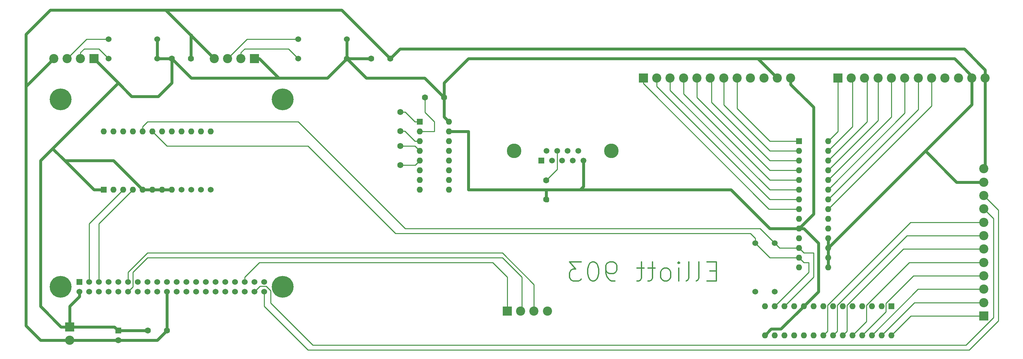
<source format=gbr>
G04 #@! TF.FileFunction,Copper,L2,Bot,Signal*
%FSLAX46Y46*%
G04 Gerber Fmt 4.6, Leading zero omitted, Abs format (unit mm)*
G04 Created by KiCad (PCBNEW 4.0.6) date 08/09/17 12:25:43*
%MOMM*%
%LPD*%
G01*
G04 APERTURE LIST*
%ADD10C,0.100000*%
%ADD11C,0.300000*%
%ADD12C,2.400000*%
%ADD13R,2.400000X2.400000*%
%ADD14C,3.810000*%
%ADD15R,1.520000X1.520000*%
%ADD16C,1.520000*%
%ADD17C,1.524000*%
%ADD18R,1.600000X1.600000*%
%ADD19O,1.600000X1.600000*%
%ADD20C,1.600000*%
%ADD21R,1.524000X1.524000*%
%ADD22C,5.700000*%
%ADD23C,0.250000*%
%ADD24C,0.750000*%
G04 APERTURE END LIST*
D10*
D11*
X224787620Y-94892857D02*
X223120953Y-94892857D01*
X222406667Y-97511905D02*
X224787620Y-97511905D01*
X224787620Y-92511905D01*
X222406667Y-92511905D01*
X219549524Y-97511905D02*
X220025715Y-97273810D01*
X220263810Y-96797619D01*
X220263810Y-92511905D01*
X216930476Y-97511905D02*
X217406667Y-97273810D01*
X217644762Y-96797619D01*
X217644762Y-92511905D01*
X215025714Y-97511905D02*
X215025714Y-94178571D01*
X215025714Y-92511905D02*
X215263809Y-92750000D01*
X215025714Y-92988095D01*
X214787619Y-92750000D01*
X215025714Y-92511905D01*
X215025714Y-92988095D01*
X211930476Y-97511905D02*
X212406667Y-97273810D01*
X212644762Y-97035714D01*
X212882857Y-96559524D01*
X212882857Y-95130952D01*
X212644762Y-94654762D01*
X212406667Y-94416667D01*
X211930476Y-94178571D01*
X211216190Y-94178571D01*
X210740000Y-94416667D01*
X210501905Y-94654762D01*
X210263809Y-95130952D01*
X210263809Y-96559524D01*
X210501905Y-97035714D01*
X210740000Y-97273810D01*
X211216190Y-97511905D01*
X211930476Y-97511905D01*
X208835238Y-94178571D02*
X206930476Y-94178571D01*
X208120952Y-92511905D02*
X208120952Y-96797619D01*
X207882857Y-97273810D01*
X207406666Y-97511905D01*
X206930476Y-97511905D01*
X205978095Y-94178571D02*
X204073333Y-94178571D01*
X205263809Y-92511905D02*
X205263809Y-96797619D01*
X205025714Y-97273810D01*
X204549523Y-97511905D01*
X204073333Y-97511905D01*
X198359047Y-97511905D02*
X197406666Y-97511905D01*
X196930475Y-97273810D01*
X196692380Y-97035714D01*
X196216189Y-96321429D01*
X195978094Y-95369048D01*
X195978094Y-93464286D01*
X196216189Y-92988095D01*
X196454285Y-92750000D01*
X196930475Y-92511905D01*
X197882856Y-92511905D01*
X198359047Y-92750000D01*
X198597142Y-92988095D01*
X198835237Y-93464286D01*
X198835237Y-94654762D01*
X198597142Y-95130952D01*
X198359047Y-95369048D01*
X197882856Y-95607143D01*
X196930475Y-95607143D01*
X196454285Y-95369048D01*
X196216189Y-95130952D01*
X195978094Y-94654762D01*
X192882856Y-92511905D02*
X192406665Y-92511905D01*
X191930475Y-92750000D01*
X191692380Y-92988095D01*
X191454284Y-93464286D01*
X191216189Y-94416667D01*
X191216189Y-95607143D01*
X191454284Y-96559524D01*
X191692380Y-97035714D01*
X191930475Y-97273810D01*
X192406665Y-97511905D01*
X192882856Y-97511905D01*
X193359046Y-97273810D01*
X193597142Y-97035714D01*
X193835237Y-96559524D01*
X194073332Y-95607143D01*
X194073332Y-94416667D01*
X193835237Y-93464286D01*
X193597142Y-92988095D01*
X193359046Y-92750000D01*
X192882856Y-92511905D01*
X189549522Y-92511905D02*
X186454284Y-92511905D01*
X188120951Y-94416667D01*
X187406665Y-94416667D01*
X186930475Y-94654762D01*
X186692379Y-94892857D01*
X186454284Y-95369048D01*
X186454284Y-96559524D01*
X186692379Y-97035714D01*
X186930475Y-97273810D01*
X187406665Y-97511905D01*
X188835237Y-97511905D01*
X189311427Y-97273810D01*
X189549522Y-97035714D01*
D12*
X263540000Y-44450000D03*
X260040000Y-44450000D03*
X267040000Y-44450000D03*
X270540000Y-44450000D03*
X274040000Y-44450000D03*
X277540000Y-44450000D03*
D13*
X256540000Y-44450000D03*
D12*
X281040000Y-44450000D03*
X284540000Y-44450000D03*
X288040000Y-44450000D03*
X291540000Y-44450000D03*
X295040000Y-44450000D03*
D14*
X197360000Y-63500000D03*
X171960000Y-63500000D03*
D15*
X179070000Y-66040000D03*
D16*
X181860000Y-66040000D03*
X184530000Y-66040000D03*
X187330000Y-66040000D03*
X190120000Y-66040000D03*
X180470000Y-63500000D03*
X183260000Y-63500000D03*
X185930000Y-63500000D03*
X188720000Y-63500000D03*
D12*
X55230000Y-39370000D03*
X51730000Y-39370000D03*
X58730000Y-39370000D03*
D13*
X62230000Y-39370000D03*
D12*
X97140000Y-39370000D03*
X93640000Y-39370000D03*
X100640000Y-39370000D03*
D13*
X104140000Y-39370000D03*
D12*
X212740000Y-44450000D03*
X209240000Y-44450000D03*
X216240000Y-44450000D03*
X219740000Y-44450000D03*
X223240000Y-44450000D03*
X226740000Y-44450000D03*
D13*
X205740000Y-44450000D03*
D12*
X230240000Y-44450000D03*
X233740000Y-44450000D03*
X237240000Y-44450000D03*
X240740000Y-44450000D03*
X244240000Y-44450000D03*
D17*
X234950000Y-100330000D03*
X234950000Y-87630000D03*
X240030000Y-100330000D03*
X240030000Y-87630000D03*
X128270000Y-34290000D03*
X115570000Y-34290000D03*
X128270000Y-39370000D03*
X115570000Y-39370000D03*
X66040000Y-34290000D03*
X78740000Y-34290000D03*
X66040000Y-39370000D03*
X78740000Y-39370000D03*
D18*
X246380000Y-60960000D03*
D19*
X254000000Y-93980000D03*
X246380000Y-63500000D03*
X254000000Y-91440000D03*
X246380000Y-66040000D03*
X254000000Y-88900000D03*
X246380000Y-68580000D03*
X254000000Y-86360000D03*
X246380000Y-71120000D03*
X254000000Y-83820000D03*
X246380000Y-73660000D03*
X254000000Y-81280000D03*
X246380000Y-76200000D03*
X254000000Y-78740000D03*
X246380000Y-78740000D03*
X254000000Y-76200000D03*
X246380000Y-81280000D03*
X254000000Y-73660000D03*
X246380000Y-83820000D03*
X254000000Y-71120000D03*
X246380000Y-86360000D03*
X254000000Y-68580000D03*
X246380000Y-88900000D03*
X254000000Y-66040000D03*
X246380000Y-91440000D03*
X254000000Y-63500000D03*
X246380000Y-93980000D03*
X254000000Y-60960000D03*
D18*
X68580000Y-110490000D03*
D20*
X68580000Y-112990000D03*
D18*
X147320000Y-55880000D03*
D19*
X154940000Y-73660000D03*
X147320000Y-58420000D03*
X154940000Y-71120000D03*
X147320000Y-60960000D03*
X154940000Y-68580000D03*
X147320000Y-63500000D03*
X154940000Y-66040000D03*
X147320000Y-66040000D03*
X154940000Y-63500000D03*
X147320000Y-68580000D03*
X154940000Y-60960000D03*
X147320000Y-71120000D03*
X154940000Y-58420000D03*
X147320000Y-73660000D03*
X154940000Y-55880000D03*
D20*
X142240000Y-53340000D03*
X142240000Y-58340000D03*
X142240000Y-62230000D03*
X142240000Y-67230000D03*
X153670000Y-49530000D03*
X148670000Y-49530000D03*
X180340000Y-76200000D03*
X180340000Y-71200000D03*
X76280000Y-110490000D03*
X81280000Y-110490000D03*
X82550000Y-39370000D03*
X87550000Y-39370000D03*
X134620000Y-39370000D03*
X139620000Y-39370000D03*
D12*
X55880000Y-113030000D03*
D13*
X55880000Y-109530000D03*
D12*
X294640000Y-99680000D03*
X294640000Y-103180000D03*
X294640000Y-96180000D03*
X294640000Y-92680000D03*
X294640000Y-89180000D03*
X294640000Y-85680000D03*
D13*
X294640000Y-106680000D03*
D12*
X294640000Y-82180000D03*
X294640000Y-78680000D03*
X294640000Y-75180000D03*
X294640000Y-71680000D03*
X294640000Y-68180000D03*
D18*
X270510000Y-104140000D03*
D19*
X237490000Y-111760000D03*
X267970000Y-104140000D03*
X240030000Y-111760000D03*
X265430000Y-104140000D03*
X242570000Y-111760000D03*
X262890000Y-104140000D03*
X245110000Y-111760000D03*
X260350000Y-104140000D03*
X247650000Y-111760000D03*
X257810000Y-104140000D03*
X250190000Y-111760000D03*
X255270000Y-104140000D03*
X252730000Y-111760000D03*
X252730000Y-104140000D03*
X255270000Y-111760000D03*
X250190000Y-104140000D03*
X257810000Y-111760000D03*
X247650000Y-104140000D03*
X260350000Y-111760000D03*
X245110000Y-104140000D03*
X262890000Y-111760000D03*
X242570000Y-104140000D03*
X265430000Y-111760000D03*
X240030000Y-104140000D03*
X267970000Y-111760000D03*
X237490000Y-104140000D03*
X270510000Y-111760000D03*
D12*
X177180000Y-105410000D03*
X180680000Y-105410000D03*
X173680000Y-105410000D03*
D13*
X170180000Y-105410000D03*
D18*
X64770000Y-73660000D03*
D19*
X92710000Y-58420000D03*
X67310000Y-73660000D03*
X82550000Y-58420000D03*
X69850000Y-73660000D03*
X80010000Y-58420000D03*
X72390000Y-73660000D03*
X77470000Y-58420000D03*
X74930000Y-73660000D03*
X74930000Y-58420000D03*
X77470000Y-73660000D03*
X90170000Y-58420000D03*
X80010000Y-73660000D03*
X87630000Y-58420000D03*
X82550000Y-73660000D03*
X85090000Y-58420000D03*
D17*
X85090000Y-73660000D03*
X87630000Y-73660000D03*
X90170000Y-73660000D03*
X92710000Y-73660000D03*
D19*
X72390000Y-58420000D03*
X69850000Y-58420000D03*
X67310000Y-58420000D03*
X64770000Y-58420000D03*
D21*
X58420000Y-97790000D03*
D17*
X58420000Y-100330000D03*
X71120000Y-97790000D03*
X60960000Y-100330000D03*
X73660000Y-97790000D03*
X63500000Y-100330000D03*
X76200000Y-97790000D03*
X66040000Y-100330000D03*
X78740000Y-97790000D03*
X68580000Y-100330000D03*
X81280000Y-97790000D03*
X71120000Y-100330000D03*
X83820000Y-97790000D03*
X73660000Y-100330000D03*
X86360000Y-97790000D03*
X76200000Y-100330000D03*
X88900000Y-97790000D03*
X78740000Y-100330000D03*
X91440000Y-97790000D03*
X81280000Y-100330000D03*
X93980000Y-97790000D03*
X83820000Y-100330000D03*
X96520000Y-97790000D03*
X86360000Y-100330000D03*
X88900000Y-100330000D03*
X99060000Y-97790000D03*
X91440000Y-100330000D03*
X96520000Y-100330000D03*
X99060000Y-100330000D03*
X101600000Y-100330000D03*
X104140000Y-100330000D03*
X101600000Y-97790000D03*
X104140000Y-97790000D03*
X60960000Y-97790000D03*
X63500000Y-97790000D03*
X66040000Y-97790000D03*
X68580000Y-97790000D03*
X106680000Y-97790000D03*
X106680000Y-100330000D03*
X93980000Y-100330000D03*
D22*
X53550000Y-99060000D03*
X111550000Y-99060000D03*
X111550000Y-50060000D03*
X53550000Y-50060000D03*
D23*
X142240000Y-53340000D02*
X143510000Y-53340000D01*
X146050000Y-55880000D02*
X147320000Y-55880000D01*
X143510000Y-53340000D02*
X146050000Y-55880000D01*
X142240000Y-58340000D02*
X143430000Y-58340000D01*
X146050000Y-60960000D02*
X147320000Y-60960000D01*
X143430000Y-58340000D02*
X146050000Y-60960000D01*
X142240000Y-62230000D02*
X146050000Y-62230000D01*
X146050000Y-62230000D02*
X147320000Y-63500000D01*
X142240000Y-67230000D02*
X146130000Y-67230000D01*
X146130000Y-67230000D02*
X147320000Y-66040000D01*
X148670000Y-49530000D02*
X148670000Y-53420000D01*
X148670000Y-53420000D02*
X151130000Y-55880000D01*
X151130000Y-55880000D02*
X151130000Y-58420000D01*
X151130000Y-58420000D02*
X147320000Y-58420000D01*
D24*
X180680000Y-76540000D02*
X180340000Y-76200000D01*
X139620000Y-39370000D02*
X142160000Y-36830000D01*
X142160000Y-36830000D02*
X289560000Y-36830000D01*
X289560000Y-36830000D02*
X295040000Y-42310000D01*
X295040000Y-42310000D02*
X295040000Y-44450000D01*
X244240000Y-44450000D02*
X244240000Y-46147056D01*
X244240000Y-46147056D02*
X250190000Y-52097056D01*
X250190000Y-52097056D02*
X250190000Y-80010000D01*
X250190000Y-80010000D02*
X246380000Y-83820000D01*
X247650000Y-104140000D02*
X251460000Y-100330000D01*
X247650000Y-83820000D02*
X246380000Y-83820000D01*
X251460000Y-100330000D02*
X251460000Y-87630000D01*
X251460000Y-87630000D02*
X247650000Y-83820000D01*
X237490000Y-111760000D02*
X239165001Y-110084999D01*
X239165001Y-110084999D02*
X241705001Y-110084999D01*
X241705001Y-110084999D02*
X247650000Y-104140000D01*
X295040000Y-44450000D02*
X295040000Y-67780000D01*
X295040000Y-67780000D02*
X294640000Y-68180000D01*
X55880000Y-113030000D02*
X68540000Y-113030000D01*
X68540000Y-113030000D02*
X68580000Y-112990000D01*
X87550000Y-39370000D02*
X87550000Y-33280000D01*
X87630000Y-33200000D02*
X87630000Y-33360000D01*
X87550000Y-33280000D02*
X87630000Y-33200000D01*
X80940000Y-26670000D02*
X126920000Y-26670000D01*
X126920000Y-26670000D02*
X139620000Y-39370000D01*
X44450000Y-46990000D02*
X44450000Y-33020000D01*
X80940000Y-26670000D02*
X87630000Y-33360000D01*
X87630000Y-33360000D02*
X93640000Y-39370000D01*
X50800000Y-26670000D02*
X80940000Y-26670000D01*
X44450000Y-33020000D02*
X50800000Y-26670000D01*
X44450000Y-109220000D02*
X44450000Y-46990000D01*
X44450000Y-46990000D02*
X44450000Y-46650000D01*
X48260000Y-113030000D02*
X44450000Y-109220000D01*
X55880000Y-113030000D02*
X48260000Y-113030000D01*
X44450000Y-46650000D02*
X51730000Y-39370000D01*
X160020000Y-73660000D02*
X180340000Y-73660000D01*
X180340000Y-73660000D02*
X189230000Y-73660000D01*
X180340000Y-76200000D02*
X180340000Y-73660000D01*
X228600000Y-73660000D02*
X238760000Y-83820000D01*
X238760000Y-83820000D02*
X246380000Y-83820000D01*
X189230000Y-73660000D02*
X228600000Y-73660000D01*
X189230000Y-73660000D02*
X190120000Y-72770000D01*
X190120000Y-72770000D02*
X190120000Y-66040000D01*
X160020000Y-73660000D02*
X160020000Y-58420000D01*
X160020000Y-58420000D02*
X154940000Y-58420000D01*
X68580000Y-112990000D02*
X78780000Y-112990000D01*
X78780000Y-112990000D02*
X81280000Y-110490000D01*
X81280000Y-110490000D02*
X81280000Y-100330000D01*
D23*
X180340000Y-71200000D02*
X183260000Y-68280000D01*
X183260000Y-68280000D02*
X183260000Y-63500000D01*
X115570000Y-34290000D02*
X102220000Y-34290000D01*
X102220000Y-34290000D02*
X97140000Y-39370000D01*
X115570000Y-39370000D02*
X113030000Y-36830000D01*
X100640000Y-37790000D02*
X100640000Y-39370000D01*
X101600000Y-36830000D02*
X100640000Y-37790000D01*
X113030000Y-36830000D02*
X101600000Y-36830000D01*
X254000000Y-66040000D02*
X264160000Y-55880000D01*
X264160000Y-55880000D02*
X264160000Y-45070000D01*
X264160000Y-45070000D02*
X263540000Y-44450000D01*
X254000000Y-63500000D02*
X260350000Y-57150000D01*
X260350000Y-57150000D02*
X260350000Y-44760000D01*
X260350000Y-44760000D02*
X260040000Y-44450000D01*
X254000000Y-68580000D02*
X267040000Y-55540000D01*
X267040000Y-55540000D02*
X267040000Y-44450000D01*
X254000000Y-71120000D02*
X270540000Y-54580000D01*
X270540000Y-54580000D02*
X270540000Y-44450000D01*
X274040000Y-53620000D02*
X274040000Y-44450000D01*
X254000000Y-73660000D02*
X274040000Y-53620000D01*
X254000000Y-76200000D02*
X277540000Y-52660000D01*
X277540000Y-52660000D02*
X277540000Y-44450000D01*
X254000000Y-60960000D02*
X256540000Y-58420000D01*
X256540000Y-58420000D02*
X256540000Y-44450000D01*
X254000000Y-78740000D02*
X281040000Y-51700000D01*
X281040000Y-51700000D02*
X281040000Y-44450000D01*
X246380000Y-73660000D02*
X238760000Y-73660000D01*
X238760000Y-73660000D02*
X212740000Y-47640000D01*
X212740000Y-47640000D02*
X212740000Y-44450000D01*
X246380000Y-76200000D02*
X238760000Y-76200000D01*
X238760000Y-76200000D02*
X209240000Y-46680000D01*
X209240000Y-46680000D02*
X209240000Y-44450000D01*
X246380000Y-71120000D02*
X238760000Y-71120000D01*
X238760000Y-71120000D02*
X216240000Y-48600000D01*
X216240000Y-48600000D02*
X216240000Y-44450000D01*
X246380000Y-68580000D02*
X238760000Y-68580000D01*
X219740000Y-49560000D02*
X219740000Y-44450000D01*
X238760000Y-68580000D02*
X219740000Y-49560000D01*
X246380000Y-66040000D02*
X238760000Y-66040000D01*
X238760000Y-66040000D02*
X223520000Y-50800000D01*
X223520000Y-50800000D02*
X223520000Y-44450000D01*
X223520000Y-44450000D02*
X223240000Y-44450000D01*
X246380000Y-63500000D02*
X238760000Y-63500000D01*
X238760000Y-63500000D02*
X226740000Y-51480000D01*
X226740000Y-51480000D02*
X226740000Y-44450000D01*
X246380000Y-78740000D02*
X238580000Y-78740000D01*
X238580000Y-78740000D02*
X205740000Y-45900000D01*
X205740000Y-45900000D02*
X205740000Y-44450000D01*
X246380000Y-60960000D02*
X238760000Y-60960000D01*
X238760000Y-60960000D02*
X230240000Y-52440000D01*
X230240000Y-52440000D02*
X230240000Y-44450000D01*
X60960000Y-97790000D02*
X60960000Y-82550000D01*
X60960000Y-82550000D02*
X69850000Y-73660000D01*
X63500000Y-97790000D02*
X63500000Y-82550000D01*
X63500000Y-82550000D02*
X72390000Y-73660000D01*
X294640000Y-99680000D02*
X277510000Y-99680000D01*
X277510000Y-99680000D02*
X265430000Y-111760000D01*
X294640000Y-103180000D02*
X276550000Y-103180000D01*
X276550000Y-103180000D02*
X267970000Y-111760000D01*
X294640000Y-96180000D02*
X276284998Y-96180000D01*
X276284998Y-96180000D02*
X269095001Y-103369997D01*
X269095001Y-105554999D02*
X262890000Y-111760000D01*
X269095001Y-103369997D02*
X269095001Y-105554999D01*
X294640000Y-92680000D02*
X275224998Y-92680000D01*
X275224998Y-92680000D02*
X264015001Y-103889997D01*
X264015001Y-108094999D02*
X260350000Y-111760000D01*
X264015001Y-103889997D02*
X264015001Y-108094999D01*
X294640000Y-89180000D02*
X273644998Y-89180000D01*
X258935001Y-103889997D02*
X258935001Y-110634999D01*
X273644998Y-89180000D02*
X258935001Y-103889997D01*
X258935001Y-110634999D02*
X257810000Y-111760000D01*
X294640000Y-85680000D02*
X274604998Y-85680000D01*
X274604998Y-85680000D02*
X256395001Y-103889997D01*
X256395001Y-110634999D02*
X255270000Y-111760000D01*
X256395001Y-103889997D02*
X256395001Y-110634999D01*
X294640000Y-106680000D02*
X275590000Y-106680000D01*
X275590000Y-106680000D02*
X270510000Y-111760000D01*
X294640000Y-82180000D02*
X275564998Y-82180000D01*
X253855001Y-110634999D02*
X252730000Y-111760000D01*
X275564998Y-82180000D02*
X253855001Y-103889997D01*
X253855001Y-103889997D02*
X253855001Y-110634999D01*
X104140000Y-100330000D02*
X105592999Y-98877001D01*
X105592999Y-98877001D02*
X107201761Y-98877001D01*
X107201761Y-98877001D02*
X108374999Y-100050239D01*
X108374999Y-100050239D02*
X108374999Y-103294999D01*
X297180000Y-81220000D02*
X294640000Y-78680000D01*
X108374999Y-103294999D02*
X119380000Y-114300000D01*
X119380000Y-114300000D02*
X290005002Y-114300000D01*
X290005002Y-114300000D02*
X297180000Y-107125002D01*
X297180000Y-107125002D02*
X297180000Y-81220000D01*
X294640000Y-75180000D02*
X298450000Y-78990000D01*
X298450000Y-78990000D02*
X298450000Y-107950000D01*
X106680000Y-104140000D02*
X106680000Y-100330000D01*
X298450000Y-107950000D02*
X290830000Y-115570000D01*
X290830000Y-115570000D02*
X118110000Y-115570000D01*
X118110000Y-115570000D02*
X106680000Y-104140000D01*
X234950000Y-87630000D02*
X234950000Y-86360000D01*
X234950000Y-86360000D02*
X233680000Y-85090000D01*
X140970000Y-85090000D02*
X118110000Y-62230000D01*
X233680000Y-85090000D02*
X140970000Y-85090000D01*
X118110000Y-62230000D02*
X81280000Y-62230000D01*
X81280000Y-62230000D02*
X77470000Y-58420000D01*
X248920000Y-92710000D02*
X247650000Y-92710000D01*
X247650000Y-92710000D02*
X246380000Y-91440000D01*
X248920000Y-95250000D02*
X248920000Y-92710000D01*
X240030000Y-104140000D02*
X248920000Y-95250000D01*
X246380000Y-91440000D02*
X238760000Y-91440000D01*
X238760000Y-91440000D02*
X234950000Y-87630000D01*
X143510000Y-83820000D02*
X236220000Y-83820000D01*
X236220000Y-83820000D02*
X240030000Y-87630000D01*
X115570000Y-55880000D02*
X143510000Y-83820000D01*
X76200000Y-55880000D02*
X115570000Y-55880000D01*
X74930000Y-57150000D02*
X76200000Y-55880000D01*
X74930000Y-58420000D02*
X74930000Y-57150000D01*
X250190000Y-90170000D02*
X247650000Y-90170000D01*
X247650000Y-90170000D02*
X246380000Y-88900000D01*
X250190000Y-96520000D02*
X250190000Y-90170000D01*
X242570000Y-104140000D02*
X250190000Y-96520000D01*
X246380000Y-88900000D02*
X241300000Y-88900000D01*
X241300000Y-88900000D02*
X240030000Y-87630000D01*
D24*
X104140000Y-39370000D02*
X105410000Y-39370000D01*
X105410000Y-39370000D02*
X110490000Y-44450000D01*
X82550000Y-39370000D02*
X87630000Y-44450000D01*
X123190000Y-44450000D02*
X128270000Y-39370000D01*
X87630000Y-44450000D02*
X110490000Y-44450000D01*
X110490000Y-44450000D02*
X123190000Y-44450000D01*
X80010000Y-73660000D02*
X82550000Y-73660000D01*
X77470000Y-73660000D02*
X80010000Y-73660000D01*
X74930000Y-73660000D02*
X77470000Y-73660000D01*
X54610000Y-66040000D02*
X67310000Y-66040000D01*
X67310000Y-66040000D02*
X74930000Y-73660000D01*
X64770000Y-73660000D02*
X62230000Y-73660000D01*
X62230000Y-73660000D02*
X54610000Y-66040000D01*
X54610000Y-66040000D02*
X51435000Y-62865000D01*
X153670000Y-49530000D02*
X148590000Y-44450000D01*
X148590000Y-44450000D02*
X133350000Y-44450000D01*
X133350000Y-44450000D02*
X128270000Y-39370000D01*
X234950000Y-39370000D02*
X160020000Y-39370000D01*
X153670000Y-45720000D02*
X153670000Y-49530000D01*
X160020000Y-39370000D02*
X153670000Y-45720000D01*
X291540000Y-51360000D02*
X279400000Y-63500000D01*
X279400000Y-63500000D02*
X254000000Y-88900000D01*
X294640000Y-71680000D02*
X287580000Y-71680000D01*
X287580000Y-71680000D02*
X279400000Y-63500000D01*
X79009990Y-49260010D02*
X72120010Y-49260010D01*
X82550000Y-45720000D02*
X79009990Y-49260010D01*
X72120010Y-49260010D02*
X68580000Y-45720000D01*
X55880000Y-109530000D02*
X53650000Y-109530000D01*
X48260000Y-66040000D02*
X51435000Y-62865000D01*
X51435000Y-62865000D02*
X68580000Y-45720000D01*
X48260000Y-104140000D02*
X48260000Y-66040000D01*
X53650000Y-109530000D02*
X48260000Y-104140000D01*
X68580000Y-45720000D02*
X62230000Y-39370000D01*
X78740000Y-39370000D02*
X78740000Y-34290000D01*
X82550000Y-39370000D02*
X78740000Y-39370000D01*
X82550000Y-45720000D02*
X82550000Y-39370000D01*
X128270000Y-39370000D02*
X128270000Y-34290000D01*
X134620000Y-39370000D02*
X128270000Y-39370000D01*
X291540000Y-44450000D02*
X291540000Y-51360000D01*
X287020000Y-39370000D02*
X291820000Y-44170000D01*
X153670000Y-49530000D02*
X153670000Y-54610000D01*
X153670000Y-54610000D02*
X154940000Y-55880000D01*
X58420000Y-101600000D02*
X58420000Y-100330000D01*
X68580000Y-110490000D02*
X76280000Y-110490000D01*
X55880000Y-109530000D02*
X67620000Y-109530000D01*
X67620000Y-109530000D02*
X68580000Y-110490000D01*
X55880000Y-104140000D02*
X55880000Y-109530000D01*
X58420000Y-101600000D02*
X55880000Y-104140000D01*
X254000000Y-86360000D02*
X254000000Y-88900000D01*
X254000000Y-91440000D02*
X254000000Y-88900000D01*
X254000000Y-93980000D02*
X254000000Y-91440000D01*
X234950000Y-39370000D02*
X287020000Y-39370000D01*
D23*
X287020000Y-39370000D02*
X291540000Y-43890000D01*
X291540000Y-43890000D02*
X291540000Y-44450000D01*
D24*
X235660000Y-39370000D02*
X240740000Y-44450000D01*
D23*
X234950000Y-39370000D02*
X235660000Y-39370000D01*
X66040000Y-34290000D02*
X60310000Y-34290000D01*
X60310000Y-34290000D02*
X55230000Y-39370000D01*
X66040000Y-39370000D02*
X63500000Y-36830000D01*
X58730000Y-37790000D02*
X58730000Y-39370000D01*
X59690000Y-36830000D02*
X58730000Y-37790000D01*
X63500000Y-36830000D02*
X59690000Y-36830000D01*
X71120000Y-97790000D02*
X71120000Y-95250000D01*
X177180000Y-98440000D02*
X177180000Y-105410000D01*
X168910000Y-90170000D02*
X177180000Y-98440000D01*
X76200000Y-90170000D02*
X168910000Y-90170000D01*
X71120000Y-95250000D02*
X76200000Y-90170000D01*
X71120000Y-100330000D02*
X72390000Y-99060000D01*
X173990000Y-96520000D02*
X173990000Y-105100000D01*
X168910000Y-91440000D02*
X173990000Y-96520000D01*
X76200000Y-91440000D02*
X168910000Y-91440000D01*
X72390000Y-95250000D02*
X76200000Y-91440000D01*
X72390000Y-99060000D02*
X72390000Y-95250000D01*
X173990000Y-105100000D02*
X173680000Y-105410000D01*
X101600000Y-97790000D02*
X101600000Y-96520000D01*
X170180000Y-96520000D02*
X170180000Y-105410000D01*
X166370000Y-92710000D02*
X170180000Y-96520000D01*
X105410000Y-92710000D02*
X166370000Y-92710000D01*
X101600000Y-96520000D02*
X105410000Y-92710000D01*
M02*

</source>
